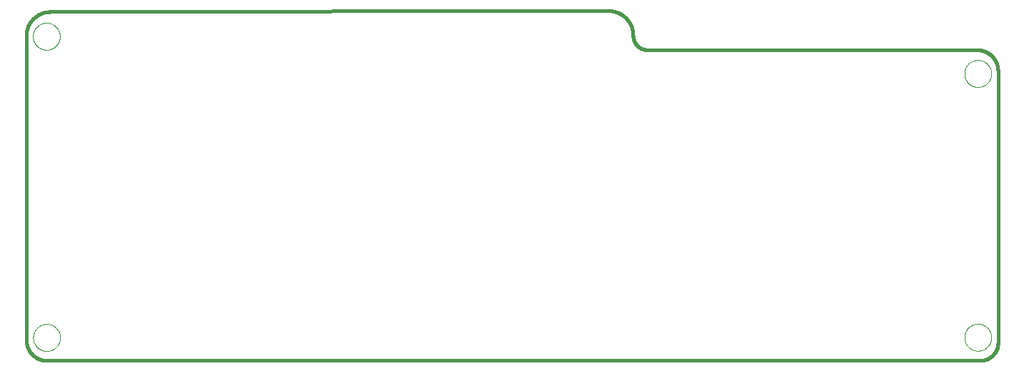
<source format=gko>
G75*
%MOIN*%
%OFA0B0*%
%FSLAX25Y25*%
%IPPOS*%
%LPD*%
%AMOC8*
5,1,8,0,0,1.08239X$1,22.5*
%
%ADD10C,0.00000*%
%ADD11C,0.01600*%
D10*
X0008748Y0015992D02*
X0008750Y0016150D01*
X0008756Y0016308D01*
X0008766Y0016466D01*
X0008780Y0016624D01*
X0008798Y0016781D01*
X0008819Y0016938D01*
X0008845Y0017094D01*
X0008875Y0017250D01*
X0008908Y0017405D01*
X0008946Y0017558D01*
X0008987Y0017711D01*
X0009032Y0017863D01*
X0009081Y0018014D01*
X0009134Y0018163D01*
X0009190Y0018311D01*
X0009250Y0018457D01*
X0009314Y0018602D01*
X0009382Y0018745D01*
X0009453Y0018887D01*
X0009527Y0019027D01*
X0009605Y0019164D01*
X0009687Y0019300D01*
X0009771Y0019434D01*
X0009860Y0019565D01*
X0009951Y0019694D01*
X0010046Y0019821D01*
X0010143Y0019946D01*
X0010244Y0020068D01*
X0010348Y0020187D01*
X0010455Y0020304D01*
X0010565Y0020418D01*
X0010678Y0020529D01*
X0010793Y0020638D01*
X0010911Y0020743D01*
X0011032Y0020845D01*
X0011155Y0020945D01*
X0011281Y0021041D01*
X0011409Y0021134D01*
X0011539Y0021224D01*
X0011672Y0021310D01*
X0011807Y0021394D01*
X0011943Y0021473D01*
X0012082Y0021550D01*
X0012223Y0021622D01*
X0012365Y0021692D01*
X0012509Y0021757D01*
X0012655Y0021819D01*
X0012802Y0021877D01*
X0012951Y0021932D01*
X0013101Y0021983D01*
X0013252Y0022030D01*
X0013404Y0022073D01*
X0013557Y0022112D01*
X0013712Y0022148D01*
X0013867Y0022179D01*
X0014023Y0022207D01*
X0014179Y0022231D01*
X0014336Y0022251D01*
X0014494Y0022267D01*
X0014651Y0022279D01*
X0014810Y0022287D01*
X0014968Y0022291D01*
X0015126Y0022291D01*
X0015284Y0022287D01*
X0015443Y0022279D01*
X0015600Y0022267D01*
X0015758Y0022251D01*
X0015915Y0022231D01*
X0016071Y0022207D01*
X0016227Y0022179D01*
X0016382Y0022148D01*
X0016537Y0022112D01*
X0016690Y0022073D01*
X0016842Y0022030D01*
X0016993Y0021983D01*
X0017143Y0021932D01*
X0017292Y0021877D01*
X0017439Y0021819D01*
X0017585Y0021757D01*
X0017729Y0021692D01*
X0017871Y0021622D01*
X0018012Y0021550D01*
X0018151Y0021473D01*
X0018287Y0021394D01*
X0018422Y0021310D01*
X0018555Y0021224D01*
X0018685Y0021134D01*
X0018813Y0021041D01*
X0018939Y0020945D01*
X0019062Y0020845D01*
X0019183Y0020743D01*
X0019301Y0020638D01*
X0019416Y0020529D01*
X0019529Y0020418D01*
X0019639Y0020304D01*
X0019746Y0020187D01*
X0019850Y0020068D01*
X0019951Y0019946D01*
X0020048Y0019821D01*
X0020143Y0019694D01*
X0020234Y0019565D01*
X0020323Y0019434D01*
X0020407Y0019300D01*
X0020489Y0019164D01*
X0020567Y0019027D01*
X0020641Y0018887D01*
X0020712Y0018745D01*
X0020780Y0018602D01*
X0020844Y0018457D01*
X0020904Y0018311D01*
X0020960Y0018163D01*
X0021013Y0018014D01*
X0021062Y0017863D01*
X0021107Y0017711D01*
X0021148Y0017558D01*
X0021186Y0017405D01*
X0021219Y0017250D01*
X0021249Y0017094D01*
X0021275Y0016938D01*
X0021296Y0016781D01*
X0021314Y0016624D01*
X0021328Y0016466D01*
X0021338Y0016308D01*
X0021344Y0016150D01*
X0021346Y0015992D01*
X0021344Y0015834D01*
X0021338Y0015676D01*
X0021328Y0015518D01*
X0021314Y0015360D01*
X0021296Y0015203D01*
X0021275Y0015046D01*
X0021249Y0014890D01*
X0021219Y0014734D01*
X0021186Y0014579D01*
X0021148Y0014426D01*
X0021107Y0014273D01*
X0021062Y0014121D01*
X0021013Y0013970D01*
X0020960Y0013821D01*
X0020904Y0013673D01*
X0020844Y0013527D01*
X0020780Y0013382D01*
X0020712Y0013239D01*
X0020641Y0013097D01*
X0020567Y0012957D01*
X0020489Y0012820D01*
X0020407Y0012684D01*
X0020323Y0012550D01*
X0020234Y0012419D01*
X0020143Y0012290D01*
X0020048Y0012163D01*
X0019951Y0012038D01*
X0019850Y0011916D01*
X0019746Y0011797D01*
X0019639Y0011680D01*
X0019529Y0011566D01*
X0019416Y0011455D01*
X0019301Y0011346D01*
X0019183Y0011241D01*
X0019062Y0011139D01*
X0018939Y0011039D01*
X0018813Y0010943D01*
X0018685Y0010850D01*
X0018555Y0010760D01*
X0018422Y0010674D01*
X0018287Y0010590D01*
X0018151Y0010511D01*
X0018012Y0010434D01*
X0017871Y0010362D01*
X0017729Y0010292D01*
X0017585Y0010227D01*
X0017439Y0010165D01*
X0017292Y0010107D01*
X0017143Y0010052D01*
X0016993Y0010001D01*
X0016842Y0009954D01*
X0016690Y0009911D01*
X0016537Y0009872D01*
X0016382Y0009836D01*
X0016227Y0009805D01*
X0016071Y0009777D01*
X0015915Y0009753D01*
X0015758Y0009733D01*
X0015600Y0009717D01*
X0015443Y0009705D01*
X0015284Y0009697D01*
X0015126Y0009693D01*
X0014968Y0009693D01*
X0014810Y0009697D01*
X0014651Y0009705D01*
X0014494Y0009717D01*
X0014336Y0009733D01*
X0014179Y0009753D01*
X0014023Y0009777D01*
X0013867Y0009805D01*
X0013712Y0009836D01*
X0013557Y0009872D01*
X0013404Y0009911D01*
X0013252Y0009954D01*
X0013101Y0010001D01*
X0012951Y0010052D01*
X0012802Y0010107D01*
X0012655Y0010165D01*
X0012509Y0010227D01*
X0012365Y0010292D01*
X0012223Y0010362D01*
X0012082Y0010434D01*
X0011943Y0010511D01*
X0011807Y0010590D01*
X0011672Y0010674D01*
X0011539Y0010760D01*
X0011409Y0010850D01*
X0011281Y0010943D01*
X0011155Y0011039D01*
X0011032Y0011139D01*
X0010911Y0011241D01*
X0010793Y0011346D01*
X0010678Y0011455D01*
X0010565Y0011566D01*
X0010455Y0011680D01*
X0010348Y0011797D01*
X0010244Y0011916D01*
X0010143Y0012038D01*
X0010046Y0012163D01*
X0009951Y0012290D01*
X0009860Y0012419D01*
X0009771Y0012550D01*
X0009687Y0012684D01*
X0009605Y0012820D01*
X0009527Y0012957D01*
X0009453Y0013097D01*
X0009382Y0013239D01*
X0009314Y0013382D01*
X0009250Y0013527D01*
X0009190Y0013673D01*
X0009134Y0013821D01*
X0009081Y0013970D01*
X0009032Y0014121D01*
X0008987Y0014273D01*
X0008946Y0014426D01*
X0008908Y0014579D01*
X0008875Y0014734D01*
X0008845Y0014890D01*
X0008819Y0015046D01*
X0008798Y0015203D01*
X0008780Y0015360D01*
X0008766Y0015518D01*
X0008756Y0015676D01*
X0008750Y0015834D01*
X0008748Y0015992D01*
X0008638Y0156724D02*
X0008640Y0156882D01*
X0008646Y0157040D01*
X0008656Y0157198D01*
X0008670Y0157356D01*
X0008688Y0157513D01*
X0008709Y0157670D01*
X0008735Y0157826D01*
X0008765Y0157982D01*
X0008798Y0158137D01*
X0008836Y0158290D01*
X0008877Y0158443D01*
X0008922Y0158595D01*
X0008971Y0158746D01*
X0009024Y0158895D01*
X0009080Y0159043D01*
X0009140Y0159189D01*
X0009204Y0159334D01*
X0009272Y0159477D01*
X0009343Y0159619D01*
X0009417Y0159759D01*
X0009495Y0159896D01*
X0009577Y0160032D01*
X0009661Y0160166D01*
X0009750Y0160297D01*
X0009841Y0160426D01*
X0009936Y0160553D01*
X0010033Y0160678D01*
X0010134Y0160800D01*
X0010238Y0160919D01*
X0010345Y0161036D01*
X0010455Y0161150D01*
X0010568Y0161261D01*
X0010683Y0161370D01*
X0010801Y0161475D01*
X0010922Y0161577D01*
X0011045Y0161677D01*
X0011171Y0161773D01*
X0011299Y0161866D01*
X0011429Y0161956D01*
X0011562Y0162042D01*
X0011697Y0162126D01*
X0011833Y0162205D01*
X0011972Y0162282D01*
X0012113Y0162354D01*
X0012255Y0162424D01*
X0012399Y0162489D01*
X0012545Y0162551D01*
X0012692Y0162609D01*
X0012841Y0162664D01*
X0012991Y0162715D01*
X0013142Y0162762D01*
X0013294Y0162805D01*
X0013447Y0162844D01*
X0013602Y0162880D01*
X0013757Y0162911D01*
X0013913Y0162939D01*
X0014069Y0162963D01*
X0014226Y0162983D01*
X0014384Y0162999D01*
X0014541Y0163011D01*
X0014700Y0163019D01*
X0014858Y0163023D01*
X0015016Y0163023D01*
X0015174Y0163019D01*
X0015333Y0163011D01*
X0015490Y0162999D01*
X0015648Y0162983D01*
X0015805Y0162963D01*
X0015961Y0162939D01*
X0016117Y0162911D01*
X0016272Y0162880D01*
X0016427Y0162844D01*
X0016580Y0162805D01*
X0016732Y0162762D01*
X0016883Y0162715D01*
X0017033Y0162664D01*
X0017182Y0162609D01*
X0017329Y0162551D01*
X0017475Y0162489D01*
X0017619Y0162424D01*
X0017761Y0162354D01*
X0017902Y0162282D01*
X0018041Y0162205D01*
X0018177Y0162126D01*
X0018312Y0162042D01*
X0018445Y0161956D01*
X0018575Y0161866D01*
X0018703Y0161773D01*
X0018829Y0161677D01*
X0018952Y0161577D01*
X0019073Y0161475D01*
X0019191Y0161370D01*
X0019306Y0161261D01*
X0019419Y0161150D01*
X0019529Y0161036D01*
X0019636Y0160919D01*
X0019740Y0160800D01*
X0019841Y0160678D01*
X0019938Y0160553D01*
X0020033Y0160426D01*
X0020124Y0160297D01*
X0020213Y0160166D01*
X0020297Y0160032D01*
X0020379Y0159896D01*
X0020457Y0159759D01*
X0020531Y0159619D01*
X0020602Y0159477D01*
X0020670Y0159334D01*
X0020734Y0159189D01*
X0020794Y0159043D01*
X0020850Y0158895D01*
X0020903Y0158746D01*
X0020952Y0158595D01*
X0020997Y0158443D01*
X0021038Y0158290D01*
X0021076Y0158137D01*
X0021109Y0157982D01*
X0021139Y0157826D01*
X0021165Y0157670D01*
X0021186Y0157513D01*
X0021204Y0157356D01*
X0021218Y0157198D01*
X0021228Y0157040D01*
X0021234Y0156882D01*
X0021236Y0156724D01*
X0021234Y0156566D01*
X0021228Y0156408D01*
X0021218Y0156250D01*
X0021204Y0156092D01*
X0021186Y0155935D01*
X0021165Y0155778D01*
X0021139Y0155622D01*
X0021109Y0155466D01*
X0021076Y0155311D01*
X0021038Y0155158D01*
X0020997Y0155005D01*
X0020952Y0154853D01*
X0020903Y0154702D01*
X0020850Y0154553D01*
X0020794Y0154405D01*
X0020734Y0154259D01*
X0020670Y0154114D01*
X0020602Y0153971D01*
X0020531Y0153829D01*
X0020457Y0153689D01*
X0020379Y0153552D01*
X0020297Y0153416D01*
X0020213Y0153282D01*
X0020124Y0153151D01*
X0020033Y0153022D01*
X0019938Y0152895D01*
X0019841Y0152770D01*
X0019740Y0152648D01*
X0019636Y0152529D01*
X0019529Y0152412D01*
X0019419Y0152298D01*
X0019306Y0152187D01*
X0019191Y0152078D01*
X0019073Y0151973D01*
X0018952Y0151871D01*
X0018829Y0151771D01*
X0018703Y0151675D01*
X0018575Y0151582D01*
X0018445Y0151492D01*
X0018312Y0151406D01*
X0018177Y0151322D01*
X0018041Y0151243D01*
X0017902Y0151166D01*
X0017761Y0151094D01*
X0017619Y0151024D01*
X0017475Y0150959D01*
X0017329Y0150897D01*
X0017182Y0150839D01*
X0017033Y0150784D01*
X0016883Y0150733D01*
X0016732Y0150686D01*
X0016580Y0150643D01*
X0016427Y0150604D01*
X0016272Y0150568D01*
X0016117Y0150537D01*
X0015961Y0150509D01*
X0015805Y0150485D01*
X0015648Y0150465D01*
X0015490Y0150449D01*
X0015333Y0150437D01*
X0015174Y0150429D01*
X0015016Y0150425D01*
X0014858Y0150425D01*
X0014700Y0150429D01*
X0014541Y0150437D01*
X0014384Y0150449D01*
X0014226Y0150465D01*
X0014069Y0150485D01*
X0013913Y0150509D01*
X0013757Y0150537D01*
X0013602Y0150568D01*
X0013447Y0150604D01*
X0013294Y0150643D01*
X0013142Y0150686D01*
X0012991Y0150733D01*
X0012841Y0150784D01*
X0012692Y0150839D01*
X0012545Y0150897D01*
X0012399Y0150959D01*
X0012255Y0151024D01*
X0012113Y0151094D01*
X0011972Y0151166D01*
X0011833Y0151243D01*
X0011697Y0151322D01*
X0011562Y0151406D01*
X0011429Y0151492D01*
X0011299Y0151582D01*
X0011171Y0151675D01*
X0011045Y0151771D01*
X0010922Y0151871D01*
X0010801Y0151973D01*
X0010683Y0152078D01*
X0010568Y0152187D01*
X0010455Y0152298D01*
X0010345Y0152412D01*
X0010238Y0152529D01*
X0010134Y0152648D01*
X0010033Y0152770D01*
X0009936Y0152895D01*
X0009841Y0153022D01*
X0009750Y0153151D01*
X0009661Y0153282D01*
X0009577Y0153416D01*
X0009495Y0153552D01*
X0009417Y0153689D01*
X0009343Y0153829D01*
X0009272Y0153971D01*
X0009204Y0154114D01*
X0009140Y0154259D01*
X0009080Y0154405D01*
X0009024Y0154553D01*
X0008971Y0154702D01*
X0008922Y0154853D01*
X0008877Y0155005D01*
X0008836Y0155158D01*
X0008798Y0155311D01*
X0008765Y0155466D01*
X0008735Y0155622D01*
X0008709Y0155778D01*
X0008688Y0155935D01*
X0008670Y0156092D01*
X0008656Y0156250D01*
X0008646Y0156408D01*
X0008640Y0156566D01*
X0008638Y0156724D01*
X0443425Y0139319D02*
X0443427Y0139477D01*
X0443433Y0139635D01*
X0443443Y0139793D01*
X0443457Y0139951D01*
X0443475Y0140108D01*
X0443496Y0140265D01*
X0443522Y0140421D01*
X0443552Y0140577D01*
X0443585Y0140732D01*
X0443623Y0140885D01*
X0443664Y0141038D01*
X0443709Y0141190D01*
X0443758Y0141341D01*
X0443811Y0141490D01*
X0443867Y0141638D01*
X0443927Y0141784D01*
X0443991Y0141929D01*
X0444059Y0142072D01*
X0444130Y0142214D01*
X0444204Y0142354D01*
X0444282Y0142491D01*
X0444364Y0142627D01*
X0444448Y0142761D01*
X0444537Y0142892D01*
X0444628Y0143021D01*
X0444723Y0143148D01*
X0444820Y0143273D01*
X0444921Y0143395D01*
X0445025Y0143514D01*
X0445132Y0143631D01*
X0445242Y0143745D01*
X0445355Y0143856D01*
X0445470Y0143965D01*
X0445588Y0144070D01*
X0445709Y0144172D01*
X0445832Y0144272D01*
X0445958Y0144368D01*
X0446086Y0144461D01*
X0446216Y0144551D01*
X0446349Y0144637D01*
X0446484Y0144721D01*
X0446620Y0144800D01*
X0446759Y0144877D01*
X0446900Y0144949D01*
X0447042Y0145019D01*
X0447186Y0145084D01*
X0447332Y0145146D01*
X0447479Y0145204D01*
X0447628Y0145259D01*
X0447778Y0145310D01*
X0447929Y0145357D01*
X0448081Y0145400D01*
X0448234Y0145439D01*
X0448389Y0145475D01*
X0448544Y0145506D01*
X0448700Y0145534D01*
X0448856Y0145558D01*
X0449013Y0145578D01*
X0449171Y0145594D01*
X0449328Y0145606D01*
X0449487Y0145614D01*
X0449645Y0145618D01*
X0449803Y0145618D01*
X0449961Y0145614D01*
X0450120Y0145606D01*
X0450277Y0145594D01*
X0450435Y0145578D01*
X0450592Y0145558D01*
X0450748Y0145534D01*
X0450904Y0145506D01*
X0451059Y0145475D01*
X0451214Y0145439D01*
X0451367Y0145400D01*
X0451519Y0145357D01*
X0451670Y0145310D01*
X0451820Y0145259D01*
X0451969Y0145204D01*
X0452116Y0145146D01*
X0452262Y0145084D01*
X0452406Y0145019D01*
X0452548Y0144949D01*
X0452689Y0144877D01*
X0452828Y0144800D01*
X0452964Y0144721D01*
X0453099Y0144637D01*
X0453232Y0144551D01*
X0453362Y0144461D01*
X0453490Y0144368D01*
X0453616Y0144272D01*
X0453739Y0144172D01*
X0453860Y0144070D01*
X0453978Y0143965D01*
X0454093Y0143856D01*
X0454206Y0143745D01*
X0454316Y0143631D01*
X0454423Y0143514D01*
X0454527Y0143395D01*
X0454628Y0143273D01*
X0454725Y0143148D01*
X0454820Y0143021D01*
X0454911Y0142892D01*
X0455000Y0142761D01*
X0455084Y0142627D01*
X0455166Y0142491D01*
X0455244Y0142354D01*
X0455318Y0142214D01*
X0455389Y0142072D01*
X0455457Y0141929D01*
X0455521Y0141784D01*
X0455581Y0141638D01*
X0455637Y0141490D01*
X0455690Y0141341D01*
X0455739Y0141190D01*
X0455784Y0141038D01*
X0455825Y0140885D01*
X0455863Y0140732D01*
X0455896Y0140577D01*
X0455926Y0140421D01*
X0455952Y0140265D01*
X0455973Y0140108D01*
X0455991Y0139951D01*
X0456005Y0139793D01*
X0456015Y0139635D01*
X0456021Y0139477D01*
X0456023Y0139319D01*
X0456021Y0139161D01*
X0456015Y0139003D01*
X0456005Y0138845D01*
X0455991Y0138687D01*
X0455973Y0138530D01*
X0455952Y0138373D01*
X0455926Y0138217D01*
X0455896Y0138061D01*
X0455863Y0137906D01*
X0455825Y0137753D01*
X0455784Y0137600D01*
X0455739Y0137448D01*
X0455690Y0137297D01*
X0455637Y0137148D01*
X0455581Y0137000D01*
X0455521Y0136854D01*
X0455457Y0136709D01*
X0455389Y0136566D01*
X0455318Y0136424D01*
X0455244Y0136284D01*
X0455166Y0136147D01*
X0455084Y0136011D01*
X0455000Y0135877D01*
X0454911Y0135746D01*
X0454820Y0135617D01*
X0454725Y0135490D01*
X0454628Y0135365D01*
X0454527Y0135243D01*
X0454423Y0135124D01*
X0454316Y0135007D01*
X0454206Y0134893D01*
X0454093Y0134782D01*
X0453978Y0134673D01*
X0453860Y0134568D01*
X0453739Y0134466D01*
X0453616Y0134366D01*
X0453490Y0134270D01*
X0453362Y0134177D01*
X0453232Y0134087D01*
X0453099Y0134001D01*
X0452964Y0133917D01*
X0452828Y0133838D01*
X0452689Y0133761D01*
X0452548Y0133689D01*
X0452406Y0133619D01*
X0452262Y0133554D01*
X0452116Y0133492D01*
X0451969Y0133434D01*
X0451820Y0133379D01*
X0451670Y0133328D01*
X0451519Y0133281D01*
X0451367Y0133238D01*
X0451214Y0133199D01*
X0451059Y0133163D01*
X0450904Y0133132D01*
X0450748Y0133104D01*
X0450592Y0133080D01*
X0450435Y0133060D01*
X0450277Y0133044D01*
X0450120Y0133032D01*
X0449961Y0133024D01*
X0449803Y0133020D01*
X0449645Y0133020D01*
X0449487Y0133024D01*
X0449328Y0133032D01*
X0449171Y0133044D01*
X0449013Y0133060D01*
X0448856Y0133080D01*
X0448700Y0133104D01*
X0448544Y0133132D01*
X0448389Y0133163D01*
X0448234Y0133199D01*
X0448081Y0133238D01*
X0447929Y0133281D01*
X0447778Y0133328D01*
X0447628Y0133379D01*
X0447479Y0133434D01*
X0447332Y0133492D01*
X0447186Y0133554D01*
X0447042Y0133619D01*
X0446900Y0133689D01*
X0446759Y0133761D01*
X0446620Y0133838D01*
X0446484Y0133917D01*
X0446349Y0134001D01*
X0446216Y0134087D01*
X0446086Y0134177D01*
X0445958Y0134270D01*
X0445832Y0134366D01*
X0445709Y0134466D01*
X0445588Y0134568D01*
X0445470Y0134673D01*
X0445355Y0134782D01*
X0445242Y0134893D01*
X0445132Y0135007D01*
X0445025Y0135124D01*
X0444921Y0135243D01*
X0444820Y0135365D01*
X0444723Y0135490D01*
X0444628Y0135617D01*
X0444537Y0135746D01*
X0444448Y0135877D01*
X0444364Y0136011D01*
X0444282Y0136147D01*
X0444204Y0136284D01*
X0444130Y0136424D01*
X0444059Y0136566D01*
X0443991Y0136709D01*
X0443927Y0136854D01*
X0443867Y0137000D01*
X0443811Y0137148D01*
X0443758Y0137297D01*
X0443709Y0137448D01*
X0443664Y0137600D01*
X0443623Y0137753D01*
X0443585Y0137906D01*
X0443552Y0138061D01*
X0443522Y0138217D01*
X0443496Y0138373D01*
X0443475Y0138530D01*
X0443457Y0138687D01*
X0443443Y0138845D01*
X0443433Y0139003D01*
X0443427Y0139161D01*
X0443425Y0139319D01*
X0443433Y0016071D02*
X0443435Y0016229D01*
X0443441Y0016387D01*
X0443451Y0016545D01*
X0443465Y0016703D01*
X0443483Y0016860D01*
X0443504Y0017017D01*
X0443530Y0017173D01*
X0443560Y0017329D01*
X0443593Y0017484D01*
X0443631Y0017637D01*
X0443672Y0017790D01*
X0443717Y0017942D01*
X0443766Y0018093D01*
X0443819Y0018242D01*
X0443875Y0018390D01*
X0443935Y0018536D01*
X0443999Y0018681D01*
X0444067Y0018824D01*
X0444138Y0018966D01*
X0444212Y0019106D01*
X0444290Y0019243D01*
X0444372Y0019379D01*
X0444456Y0019513D01*
X0444545Y0019644D01*
X0444636Y0019773D01*
X0444731Y0019900D01*
X0444828Y0020025D01*
X0444929Y0020147D01*
X0445033Y0020266D01*
X0445140Y0020383D01*
X0445250Y0020497D01*
X0445363Y0020608D01*
X0445478Y0020717D01*
X0445596Y0020822D01*
X0445717Y0020924D01*
X0445840Y0021024D01*
X0445966Y0021120D01*
X0446094Y0021213D01*
X0446224Y0021303D01*
X0446357Y0021389D01*
X0446492Y0021473D01*
X0446628Y0021552D01*
X0446767Y0021629D01*
X0446908Y0021701D01*
X0447050Y0021771D01*
X0447194Y0021836D01*
X0447340Y0021898D01*
X0447487Y0021956D01*
X0447636Y0022011D01*
X0447786Y0022062D01*
X0447937Y0022109D01*
X0448089Y0022152D01*
X0448242Y0022191D01*
X0448397Y0022227D01*
X0448552Y0022258D01*
X0448708Y0022286D01*
X0448864Y0022310D01*
X0449021Y0022330D01*
X0449179Y0022346D01*
X0449336Y0022358D01*
X0449495Y0022366D01*
X0449653Y0022370D01*
X0449811Y0022370D01*
X0449969Y0022366D01*
X0450128Y0022358D01*
X0450285Y0022346D01*
X0450443Y0022330D01*
X0450600Y0022310D01*
X0450756Y0022286D01*
X0450912Y0022258D01*
X0451067Y0022227D01*
X0451222Y0022191D01*
X0451375Y0022152D01*
X0451527Y0022109D01*
X0451678Y0022062D01*
X0451828Y0022011D01*
X0451977Y0021956D01*
X0452124Y0021898D01*
X0452270Y0021836D01*
X0452414Y0021771D01*
X0452556Y0021701D01*
X0452697Y0021629D01*
X0452836Y0021552D01*
X0452972Y0021473D01*
X0453107Y0021389D01*
X0453240Y0021303D01*
X0453370Y0021213D01*
X0453498Y0021120D01*
X0453624Y0021024D01*
X0453747Y0020924D01*
X0453868Y0020822D01*
X0453986Y0020717D01*
X0454101Y0020608D01*
X0454214Y0020497D01*
X0454324Y0020383D01*
X0454431Y0020266D01*
X0454535Y0020147D01*
X0454636Y0020025D01*
X0454733Y0019900D01*
X0454828Y0019773D01*
X0454919Y0019644D01*
X0455008Y0019513D01*
X0455092Y0019379D01*
X0455174Y0019243D01*
X0455252Y0019106D01*
X0455326Y0018966D01*
X0455397Y0018824D01*
X0455465Y0018681D01*
X0455529Y0018536D01*
X0455589Y0018390D01*
X0455645Y0018242D01*
X0455698Y0018093D01*
X0455747Y0017942D01*
X0455792Y0017790D01*
X0455833Y0017637D01*
X0455871Y0017484D01*
X0455904Y0017329D01*
X0455934Y0017173D01*
X0455960Y0017017D01*
X0455981Y0016860D01*
X0455999Y0016703D01*
X0456013Y0016545D01*
X0456023Y0016387D01*
X0456029Y0016229D01*
X0456031Y0016071D01*
X0456029Y0015913D01*
X0456023Y0015755D01*
X0456013Y0015597D01*
X0455999Y0015439D01*
X0455981Y0015282D01*
X0455960Y0015125D01*
X0455934Y0014969D01*
X0455904Y0014813D01*
X0455871Y0014658D01*
X0455833Y0014505D01*
X0455792Y0014352D01*
X0455747Y0014200D01*
X0455698Y0014049D01*
X0455645Y0013900D01*
X0455589Y0013752D01*
X0455529Y0013606D01*
X0455465Y0013461D01*
X0455397Y0013318D01*
X0455326Y0013176D01*
X0455252Y0013036D01*
X0455174Y0012899D01*
X0455092Y0012763D01*
X0455008Y0012629D01*
X0454919Y0012498D01*
X0454828Y0012369D01*
X0454733Y0012242D01*
X0454636Y0012117D01*
X0454535Y0011995D01*
X0454431Y0011876D01*
X0454324Y0011759D01*
X0454214Y0011645D01*
X0454101Y0011534D01*
X0453986Y0011425D01*
X0453868Y0011320D01*
X0453747Y0011218D01*
X0453624Y0011118D01*
X0453498Y0011022D01*
X0453370Y0010929D01*
X0453240Y0010839D01*
X0453107Y0010753D01*
X0452972Y0010669D01*
X0452836Y0010590D01*
X0452697Y0010513D01*
X0452556Y0010441D01*
X0452414Y0010371D01*
X0452270Y0010306D01*
X0452124Y0010244D01*
X0451977Y0010186D01*
X0451828Y0010131D01*
X0451678Y0010080D01*
X0451527Y0010033D01*
X0451375Y0009990D01*
X0451222Y0009951D01*
X0451067Y0009915D01*
X0450912Y0009884D01*
X0450756Y0009856D01*
X0450600Y0009832D01*
X0450443Y0009812D01*
X0450285Y0009796D01*
X0450128Y0009784D01*
X0449969Y0009776D01*
X0449811Y0009772D01*
X0449653Y0009772D01*
X0449495Y0009776D01*
X0449336Y0009784D01*
X0449179Y0009796D01*
X0449021Y0009812D01*
X0448864Y0009832D01*
X0448708Y0009856D01*
X0448552Y0009884D01*
X0448397Y0009915D01*
X0448242Y0009951D01*
X0448089Y0009990D01*
X0447937Y0010033D01*
X0447786Y0010080D01*
X0447636Y0010131D01*
X0447487Y0010186D01*
X0447340Y0010244D01*
X0447194Y0010306D01*
X0447050Y0010371D01*
X0446908Y0010441D01*
X0446767Y0010513D01*
X0446628Y0010590D01*
X0446492Y0010669D01*
X0446357Y0010753D01*
X0446224Y0010839D01*
X0446094Y0010929D01*
X0445966Y0011022D01*
X0445840Y0011118D01*
X0445717Y0011218D01*
X0445596Y0011320D01*
X0445478Y0011425D01*
X0445363Y0011534D01*
X0445250Y0011645D01*
X0445140Y0011759D01*
X0445033Y0011876D01*
X0444929Y0011995D01*
X0444828Y0012117D01*
X0444731Y0012242D01*
X0444636Y0012369D01*
X0444545Y0012498D01*
X0444456Y0012629D01*
X0444372Y0012763D01*
X0444290Y0012899D01*
X0444212Y0013036D01*
X0444138Y0013176D01*
X0444067Y0013318D01*
X0443999Y0013461D01*
X0443935Y0013606D01*
X0443875Y0013752D01*
X0443819Y0013900D01*
X0443766Y0014049D01*
X0443717Y0014200D01*
X0443672Y0014352D01*
X0443631Y0014505D01*
X0443593Y0014658D01*
X0443560Y0014813D01*
X0443530Y0014969D01*
X0443504Y0015125D01*
X0443483Y0015282D01*
X0443465Y0015439D01*
X0443451Y0015597D01*
X0443441Y0015755D01*
X0443435Y0015913D01*
X0443433Y0016071D01*
D11*
X0450835Y0005283D02*
X0014929Y0005283D01*
X0014704Y0005286D01*
X0014478Y0005294D01*
X0014253Y0005308D01*
X0014028Y0005327D01*
X0013804Y0005351D01*
X0013581Y0005381D01*
X0013358Y0005416D01*
X0013136Y0005457D01*
X0012916Y0005503D01*
X0012696Y0005554D01*
X0012478Y0005611D01*
X0012261Y0005673D01*
X0012046Y0005740D01*
X0011832Y0005812D01*
X0011620Y0005889D01*
X0011410Y0005972D01*
X0011203Y0006059D01*
X0010997Y0006152D01*
X0010794Y0006249D01*
X0010593Y0006352D01*
X0010394Y0006459D01*
X0010199Y0006571D01*
X0010006Y0006688D01*
X0009815Y0006809D01*
X0009628Y0006935D01*
X0009444Y0007065D01*
X0009264Y0007200D01*
X0009086Y0007339D01*
X0008912Y0007482D01*
X0008741Y0007630D01*
X0008574Y0007781D01*
X0008411Y0007937D01*
X0008252Y0008096D01*
X0008096Y0008259D01*
X0007945Y0008426D01*
X0007797Y0008597D01*
X0007654Y0008771D01*
X0007515Y0008949D01*
X0007380Y0009129D01*
X0007250Y0009313D01*
X0007124Y0009500D01*
X0007003Y0009691D01*
X0006886Y0009884D01*
X0006774Y0010079D01*
X0006667Y0010278D01*
X0006564Y0010479D01*
X0006467Y0010682D01*
X0006374Y0010888D01*
X0006287Y0011095D01*
X0006204Y0011305D01*
X0006127Y0011517D01*
X0006055Y0011731D01*
X0005988Y0011946D01*
X0005926Y0012163D01*
X0005869Y0012381D01*
X0005818Y0012601D01*
X0005772Y0012821D01*
X0005731Y0013043D01*
X0005696Y0013266D01*
X0005666Y0013489D01*
X0005642Y0013713D01*
X0005623Y0013938D01*
X0005609Y0014163D01*
X0005601Y0014389D01*
X0005598Y0014614D01*
X0005441Y0156976D01*
X0005444Y0157251D01*
X0005455Y0157527D01*
X0005471Y0157801D01*
X0005495Y0158076D01*
X0005525Y0158349D01*
X0005562Y0158622D01*
X0005606Y0158894D01*
X0005657Y0159165D01*
X0005714Y0159434D01*
X0005777Y0159702D01*
X0005847Y0159969D01*
X0005924Y0160233D01*
X0006007Y0160496D01*
X0006097Y0160756D01*
X0006193Y0161014D01*
X0006295Y0161270D01*
X0006404Y0161523D01*
X0006518Y0161773D01*
X0006639Y0162021D01*
X0006766Y0162265D01*
X0006899Y0162506D01*
X0007037Y0162744D01*
X0007182Y0162979D01*
X0007332Y0163209D01*
X0007488Y0163437D01*
X0007649Y0163660D01*
X0007816Y0163879D01*
X0007988Y0164094D01*
X0008165Y0164305D01*
X0008348Y0164511D01*
X0008535Y0164713D01*
X0008727Y0164910D01*
X0008924Y0165102D01*
X0009126Y0165289D01*
X0009332Y0165472D01*
X0009543Y0165649D01*
X0009758Y0165821D01*
X0009977Y0165988D01*
X0010200Y0166149D01*
X0010428Y0166305D01*
X0010658Y0166455D01*
X0010893Y0166600D01*
X0011131Y0166738D01*
X0011372Y0166871D01*
X0011616Y0166998D01*
X0011864Y0167119D01*
X0012114Y0167233D01*
X0012367Y0167342D01*
X0012623Y0167444D01*
X0012881Y0167540D01*
X0013141Y0167630D01*
X0013404Y0167713D01*
X0013668Y0167790D01*
X0013935Y0167860D01*
X0014203Y0167923D01*
X0014472Y0167980D01*
X0014743Y0168031D01*
X0015015Y0168075D01*
X0015288Y0168112D01*
X0015561Y0168142D01*
X0015836Y0168166D01*
X0016110Y0168182D01*
X0016386Y0168193D01*
X0016661Y0168196D01*
X0016661Y0168197D02*
X0277252Y0168669D01*
X0277530Y0168666D01*
X0277807Y0168656D01*
X0278085Y0168639D01*
X0278362Y0168615D01*
X0278638Y0168585D01*
X0278913Y0168548D01*
X0279187Y0168505D01*
X0279461Y0168455D01*
X0279733Y0168398D01*
X0280003Y0168335D01*
X0280272Y0168265D01*
X0280539Y0168189D01*
X0280804Y0168106D01*
X0281068Y0168017D01*
X0281329Y0167922D01*
X0281587Y0167820D01*
X0281843Y0167712D01*
X0282096Y0167598D01*
X0282347Y0167478D01*
X0282594Y0167352D01*
X0282839Y0167220D01*
X0283080Y0167082D01*
X0283318Y0166938D01*
X0283552Y0166789D01*
X0283782Y0166634D01*
X0284009Y0166473D01*
X0284232Y0166307D01*
X0284451Y0166136D01*
X0284665Y0165960D01*
X0284875Y0165778D01*
X0285081Y0165591D01*
X0285282Y0165400D01*
X0285479Y0165203D01*
X0285670Y0165002D01*
X0285857Y0164796D01*
X0286039Y0164586D01*
X0286215Y0164372D01*
X0286386Y0164153D01*
X0286552Y0163930D01*
X0286713Y0163703D01*
X0286868Y0163473D01*
X0287017Y0163239D01*
X0287161Y0163001D01*
X0287299Y0162760D01*
X0287431Y0162515D01*
X0287557Y0162268D01*
X0287677Y0162017D01*
X0287791Y0161764D01*
X0287899Y0161508D01*
X0288001Y0161250D01*
X0288096Y0160989D01*
X0288185Y0160725D01*
X0288268Y0160460D01*
X0288344Y0160193D01*
X0288414Y0159924D01*
X0288477Y0159654D01*
X0288534Y0159382D01*
X0288584Y0159108D01*
X0288627Y0158834D01*
X0288664Y0158559D01*
X0288694Y0158283D01*
X0288718Y0158006D01*
X0288735Y0157728D01*
X0288745Y0157451D01*
X0288748Y0157173D01*
X0288749Y0157008D01*
X0288753Y0156844D01*
X0288762Y0156679D01*
X0288775Y0156515D01*
X0288792Y0156351D01*
X0288812Y0156187D01*
X0288837Y0156025D01*
X0288866Y0155862D01*
X0288898Y0155701D01*
X0288935Y0155540D01*
X0288976Y0155381D01*
X0289020Y0155222D01*
X0289069Y0155064D01*
X0289121Y0154908D01*
X0289177Y0154753D01*
X0289237Y0154600D01*
X0289300Y0154448D01*
X0289368Y0154297D01*
X0289438Y0154149D01*
X0289513Y0154002D01*
X0289591Y0153857D01*
X0289673Y0153714D01*
X0289758Y0153573D01*
X0289847Y0153434D01*
X0289939Y0153297D01*
X0290034Y0153163D01*
X0290133Y0153031D01*
X0290235Y0152901D01*
X0290339Y0152774D01*
X0290448Y0152650D01*
X0290559Y0152528D01*
X0290673Y0152409D01*
X0290790Y0152293D01*
X0290909Y0152180D01*
X0291032Y0152070D01*
X0291157Y0151962D01*
X0291285Y0151858D01*
X0291415Y0151757D01*
X0291547Y0151660D01*
X0291682Y0151565D01*
X0291820Y0151474D01*
X0291959Y0151387D01*
X0292101Y0151302D01*
X0292245Y0151222D01*
X0292390Y0151145D01*
X0292538Y0151071D01*
X0292687Y0151001D01*
X0292838Y0150935D01*
X0292990Y0150872D01*
X0293144Y0150814D01*
X0293299Y0150759D01*
X0293456Y0150707D01*
X0293614Y0150660D01*
X0293773Y0150617D01*
X0293933Y0150577D01*
X0294093Y0150542D01*
X0294255Y0150510D01*
X0294418Y0150483D01*
X0294581Y0150459D01*
X0294744Y0150439D01*
X0294908Y0150424D01*
X0295073Y0150412D01*
X0295237Y0150405D01*
X0295402Y0150401D01*
X0295402Y0150402D02*
X0449260Y0150402D01*
X0449498Y0150399D01*
X0449736Y0150391D01*
X0449973Y0150376D01*
X0450210Y0150356D01*
X0450446Y0150330D01*
X0450682Y0150299D01*
X0450917Y0150262D01*
X0451151Y0150219D01*
X0451384Y0150170D01*
X0451616Y0150116D01*
X0451846Y0150056D01*
X0452075Y0149991D01*
X0452302Y0149920D01*
X0452527Y0149844D01*
X0452750Y0149762D01*
X0452972Y0149675D01*
X0453191Y0149583D01*
X0453408Y0149485D01*
X0453622Y0149383D01*
X0453834Y0149275D01*
X0454044Y0149161D01*
X0454250Y0149043D01*
X0454454Y0148920D01*
X0454654Y0148792D01*
X0454851Y0148660D01*
X0455046Y0148522D01*
X0455236Y0148380D01*
X0455424Y0148233D01*
X0455607Y0148082D01*
X0455787Y0147927D01*
X0455963Y0147767D01*
X0456135Y0147603D01*
X0456304Y0147434D01*
X0456468Y0147262D01*
X0456628Y0147086D01*
X0456783Y0146906D01*
X0456934Y0146723D01*
X0457081Y0146535D01*
X0457223Y0146345D01*
X0457361Y0146150D01*
X0457493Y0145953D01*
X0457621Y0145753D01*
X0457744Y0145549D01*
X0457862Y0145343D01*
X0457976Y0145133D01*
X0458084Y0144921D01*
X0458186Y0144707D01*
X0458284Y0144490D01*
X0458376Y0144271D01*
X0458463Y0144049D01*
X0458545Y0143826D01*
X0458621Y0143601D01*
X0458692Y0143374D01*
X0458757Y0143145D01*
X0458817Y0142915D01*
X0458871Y0142683D01*
X0458920Y0142450D01*
X0458963Y0142216D01*
X0459000Y0141981D01*
X0459031Y0141745D01*
X0459057Y0141509D01*
X0459077Y0141272D01*
X0459092Y0141035D01*
X0459100Y0140797D01*
X0459103Y0140559D01*
X0459102Y0140559D02*
X0459102Y0013551D01*
X0459103Y0013551D02*
X0459101Y0013351D01*
X0459093Y0013152D01*
X0459081Y0012952D01*
X0459064Y0012753D01*
X0459043Y0012554D01*
X0459016Y0012356D01*
X0458985Y0012159D01*
X0458949Y0011962D01*
X0458908Y0011767D01*
X0458863Y0011572D01*
X0458813Y0011379D01*
X0458758Y0011187D01*
X0458698Y0010996D01*
X0458634Y0010807D01*
X0458566Y0010619D01*
X0458493Y0010433D01*
X0458415Y0010249D01*
X0458333Y0010067D01*
X0458247Y0009887D01*
X0458156Y0009709D01*
X0458061Y0009533D01*
X0457962Y0009359D01*
X0457858Y0009188D01*
X0457751Y0009020D01*
X0457639Y0008854D01*
X0457524Y0008691D01*
X0457405Y0008531D01*
X0457281Y0008374D01*
X0457154Y0008219D01*
X0457024Y0008068D01*
X0456889Y0007920D01*
X0456752Y0007776D01*
X0456610Y0007634D01*
X0456466Y0007497D01*
X0456318Y0007362D01*
X0456167Y0007232D01*
X0456012Y0007105D01*
X0455855Y0006981D01*
X0455695Y0006862D01*
X0455532Y0006747D01*
X0455366Y0006635D01*
X0455198Y0006528D01*
X0455027Y0006424D01*
X0454853Y0006325D01*
X0454677Y0006230D01*
X0454499Y0006139D01*
X0454319Y0006053D01*
X0454137Y0005971D01*
X0453953Y0005893D01*
X0453767Y0005820D01*
X0453579Y0005752D01*
X0453390Y0005688D01*
X0453199Y0005628D01*
X0453007Y0005573D01*
X0452814Y0005523D01*
X0452619Y0005478D01*
X0452424Y0005437D01*
X0452227Y0005401D01*
X0452030Y0005370D01*
X0451832Y0005343D01*
X0451633Y0005322D01*
X0451434Y0005305D01*
X0451234Y0005293D01*
X0451035Y0005285D01*
X0450835Y0005283D01*
M02*

</source>
